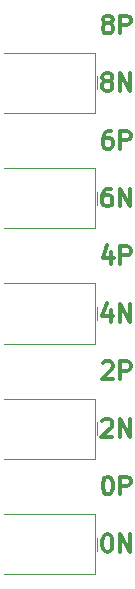
<source format=gbr>
G04 #@! TF.GenerationSoftware,KiCad,Pcbnew,(5.0.2)-1*
G04 #@! TF.CreationDate,2019-09-04T12:50:56-04:00*
G04 #@! TF.ProjectId,MMCX_2DD-100P_Even,4d4d4358-5f32-4444-942d-313030505f45,rev?*
G04 #@! TF.SameCoordinates,Original*
G04 #@! TF.FileFunction,Legend,Top*
G04 #@! TF.FilePolarity,Positive*
%FSLAX46Y46*%
G04 Gerber Fmt 4.6, Leading zero omitted, Abs format (unit mm)*
G04 Created by KiCad (PCBNEW (5.0.2)-1) date 9/4/2019 12:50:56 PM*
%MOMM*%
%LPD*%
G01*
G04 APERTURE LIST*
%ADD10C,0.300000*%
%ADD11C,0.120000*%
G04 APERTURE END LIST*
D10*
X148988954Y-67702896D02*
X149131811Y-67702896D01*
X149274668Y-67774325D01*
X149346097Y-67845753D01*
X149417525Y-67988610D01*
X149488954Y-68274325D01*
X149488954Y-68631467D01*
X149417525Y-68917182D01*
X149346097Y-69060039D01*
X149274668Y-69131467D01*
X149131811Y-69202896D01*
X148988954Y-69202896D01*
X148846097Y-69131467D01*
X148774668Y-69060039D01*
X148703239Y-68917182D01*
X148631811Y-68631467D01*
X148631811Y-68274325D01*
X148703239Y-67988610D01*
X148774668Y-67845753D01*
X148846097Y-67774325D01*
X148988954Y-67702896D01*
X150131811Y-69202896D02*
X150131811Y-67702896D01*
X150988954Y-69202896D01*
X150988954Y-67702896D01*
X149024668Y-62823636D02*
X149167525Y-62823636D01*
X149310382Y-62895065D01*
X149381811Y-62966493D01*
X149453239Y-63109350D01*
X149524668Y-63395065D01*
X149524668Y-63752207D01*
X149453239Y-64037922D01*
X149381811Y-64180779D01*
X149310382Y-64252207D01*
X149167525Y-64323636D01*
X149024668Y-64323636D01*
X148881811Y-64252207D01*
X148810382Y-64180779D01*
X148738954Y-64037922D01*
X148667525Y-63752207D01*
X148667525Y-63395065D01*
X148738954Y-63109350D01*
X148810382Y-62966493D01*
X148881811Y-62895065D01*
X149024668Y-62823636D01*
X150167525Y-64323636D02*
X150167525Y-62823636D01*
X150738954Y-62823636D01*
X150881811Y-62895065D01*
X150953239Y-62966493D01*
X151024668Y-63109350D01*
X151024668Y-63323636D01*
X150953239Y-63466493D01*
X150881811Y-63537922D01*
X150738954Y-63609350D01*
X150167525Y-63609350D01*
X148631811Y-58087233D02*
X148703239Y-58015805D01*
X148846097Y-57944376D01*
X149203239Y-57944376D01*
X149346097Y-58015805D01*
X149417525Y-58087233D01*
X149488954Y-58230090D01*
X149488954Y-58372947D01*
X149417525Y-58587233D01*
X148560382Y-59444376D01*
X149488954Y-59444376D01*
X150131811Y-59444376D02*
X150131811Y-57944376D01*
X150988954Y-59444376D01*
X150988954Y-57944376D01*
X148667525Y-53207973D02*
X148738954Y-53136545D01*
X148881811Y-53065116D01*
X149238954Y-53065116D01*
X149381811Y-53136545D01*
X149453239Y-53207973D01*
X149524668Y-53350830D01*
X149524668Y-53493687D01*
X149453239Y-53707973D01*
X148596097Y-54565116D01*
X149524668Y-54565116D01*
X150167525Y-54565116D02*
X150167525Y-53065116D01*
X150738954Y-53065116D01*
X150881811Y-53136545D01*
X150953239Y-53207973D01*
X151024668Y-53350830D01*
X151024668Y-53565116D01*
X150953239Y-53707973D01*
X150881811Y-53779402D01*
X150738954Y-53850830D01*
X150167525Y-53850830D01*
X149346097Y-48685856D02*
X149346097Y-49685856D01*
X148988954Y-48114427D02*
X148631811Y-49185856D01*
X149560382Y-49185856D01*
X150131811Y-49685856D02*
X150131811Y-48185856D01*
X150988954Y-49685856D01*
X150988954Y-48185856D01*
X149381811Y-43806596D02*
X149381811Y-44806596D01*
X149024668Y-43235167D02*
X148667525Y-44306596D01*
X149596097Y-44306596D01*
X150167525Y-44806596D02*
X150167525Y-43306596D01*
X150738954Y-43306596D01*
X150881811Y-43378025D01*
X150953239Y-43449453D01*
X151024668Y-43592310D01*
X151024668Y-43806596D01*
X150953239Y-43949453D01*
X150881811Y-44020882D01*
X150738954Y-44092310D01*
X150167525Y-44092310D01*
X149346097Y-38427336D02*
X149060382Y-38427336D01*
X148917525Y-38498765D01*
X148846097Y-38570193D01*
X148703239Y-38784479D01*
X148631811Y-39070193D01*
X148631811Y-39641622D01*
X148703239Y-39784479D01*
X148774668Y-39855907D01*
X148917525Y-39927336D01*
X149203239Y-39927336D01*
X149346097Y-39855907D01*
X149417525Y-39784479D01*
X149488954Y-39641622D01*
X149488954Y-39284479D01*
X149417525Y-39141622D01*
X149346097Y-39070193D01*
X149203239Y-38998765D01*
X148917525Y-38998765D01*
X148774668Y-39070193D01*
X148703239Y-39141622D01*
X148631811Y-39284479D01*
X150131811Y-39927336D02*
X150131811Y-38427336D01*
X150988954Y-39927336D01*
X150988954Y-38427336D01*
X149381811Y-33548076D02*
X149096097Y-33548076D01*
X148953239Y-33619505D01*
X148881811Y-33690933D01*
X148738954Y-33905219D01*
X148667525Y-34190933D01*
X148667525Y-34762362D01*
X148738954Y-34905219D01*
X148810382Y-34976647D01*
X148953239Y-35048076D01*
X149238954Y-35048076D01*
X149381811Y-34976647D01*
X149453239Y-34905219D01*
X149524668Y-34762362D01*
X149524668Y-34405219D01*
X149453239Y-34262362D01*
X149381811Y-34190933D01*
X149238954Y-34119505D01*
X148953239Y-34119505D01*
X148810382Y-34190933D01*
X148738954Y-34262362D01*
X148667525Y-34405219D01*
X150167525Y-35048076D02*
X150167525Y-33548076D01*
X150738954Y-33548076D01*
X150881811Y-33619505D01*
X150953239Y-33690933D01*
X151024668Y-33833790D01*
X151024668Y-34048076D01*
X150953239Y-34190933D01*
X150881811Y-34262362D01*
X150738954Y-34333790D01*
X150167525Y-34333790D01*
X148917525Y-29311673D02*
X148774668Y-29240245D01*
X148703239Y-29168816D01*
X148631811Y-29025959D01*
X148631811Y-28954530D01*
X148703239Y-28811673D01*
X148774668Y-28740245D01*
X148917525Y-28668816D01*
X149203239Y-28668816D01*
X149346097Y-28740245D01*
X149417525Y-28811673D01*
X149488954Y-28954530D01*
X149488954Y-29025959D01*
X149417525Y-29168816D01*
X149346097Y-29240245D01*
X149203239Y-29311673D01*
X148917525Y-29311673D01*
X148774668Y-29383102D01*
X148703239Y-29454530D01*
X148631811Y-29597387D01*
X148631811Y-29883102D01*
X148703239Y-30025959D01*
X148774668Y-30097387D01*
X148917525Y-30168816D01*
X149203239Y-30168816D01*
X149346097Y-30097387D01*
X149417525Y-30025959D01*
X149488954Y-29883102D01*
X149488954Y-29597387D01*
X149417525Y-29454530D01*
X149346097Y-29383102D01*
X149203239Y-29311673D01*
X150131811Y-30168816D02*
X150131811Y-28668816D01*
X150988954Y-30168816D01*
X150988954Y-28668816D01*
X148953239Y-24432413D02*
X148810382Y-24360985D01*
X148738954Y-24289556D01*
X148667525Y-24146699D01*
X148667525Y-24075270D01*
X148738954Y-23932413D01*
X148810382Y-23860985D01*
X148953239Y-23789556D01*
X149238954Y-23789556D01*
X149381811Y-23860985D01*
X149453239Y-23932413D01*
X149524668Y-24075270D01*
X149524668Y-24146699D01*
X149453239Y-24289556D01*
X149381811Y-24360985D01*
X149238954Y-24432413D01*
X148953239Y-24432413D01*
X148810382Y-24503842D01*
X148738954Y-24575270D01*
X148667525Y-24718127D01*
X148667525Y-25003842D01*
X148738954Y-25146699D01*
X148810382Y-25218127D01*
X148953239Y-25289556D01*
X149238954Y-25289556D01*
X149381811Y-25218127D01*
X149453239Y-25146699D01*
X149524668Y-25003842D01*
X149524668Y-24718127D01*
X149453239Y-24575270D01*
X149381811Y-24503842D01*
X149238954Y-24432413D01*
X150167525Y-25289556D02*
X150167525Y-23789556D01*
X150738954Y-23789556D01*
X150881811Y-23860985D01*
X150953239Y-23932413D01*
X151024668Y-24075270D01*
X151024668Y-24289556D01*
X150953239Y-24432413D01*
X150881811Y-24503842D01*
X150738954Y-24575270D01*
X150167525Y-24575270D01*
D11*
G04 #@! TO.C,J3*
X140300985Y-26930245D02*
X148000985Y-26930245D01*
X148000985Y-32050245D02*
X148000985Y-26930245D01*
X140300985Y-32050245D02*
X148000985Y-32050245D01*
X148200985Y-28940245D02*
X148200985Y-30040245D01*
G04 #@! TO.C,J6*
X148200985Y-38698765D02*
X148200985Y-39798765D01*
X140300985Y-41808765D02*
X148000985Y-41808765D01*
X148000985Y-41808765D02*
X148000985Y-36688765D01*
X140300985Y-36688765D02*
X148000985Y-36688765D01*
G04 #@! TO.C,J9*
X148200985Y-48457285D02*
X148200985Y-49557285D01*
X140300985Y-51567285D02*
X148000985Y-51567285D01*
X148000985Y-51567285D02*
X148000985Y-46447285D01*
X140300985Y-46447285D02*
X148000985Y-46447285D01*
G04 #@! TO.C,J12*
X148200985Y-58215805D02*
X148200985Y-59315805D01*
X140300985Y-61325805D02*
X148000985Y-61325805D01*
X148000985Y-61325805D02*
X148000985Y-56205805D01*
X140300985Y-56205805D02*
X148000985Y-56205805D01*
G04 #@! TO.C,J15*
X148200985Y-67974325D02*
X148200985Y-69074325D01*
X140300985Y-71084325D02*
X148000985Y-71084325D01*
X148000985Y-71084325D02*
X148000985Y-65964325D01*
X140300985Y-65964325D02*
X148000985Y-65964325D01*
G04 #@! TD*
M02*

</source>
